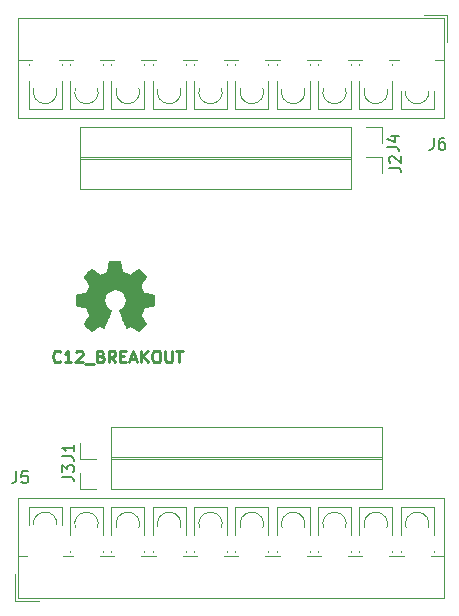
<source format=gbr>
G04 #@! TF.GenerationSoftware,KiCad,Pcbnew,5.1.5+dfsg1-2build2*
G04 #@! TF.CreationDate,2022-09-28T16:30:02-05:00*
G04 #@! TF.ProjectId,C12,4331322e-6b69-4636-9164-5f7063625858,rev?*
G04 #@! TF.SameCoordinates,Original*
G04 #@! TF.FileFunction,Legend,Top*
G04 #@! TF.FilePolarity,Positive*
%FSLAX46Y46*%
G04 Gerber Fmt 4.6, Leading zero omitted, Abs format (unit mm)*
G04 Created by KiCad (PCBNEW 5.1.5+dfsg1-2build2) date 2022-09-28 16:30:02*
%MOMM*%
%LPD*%
G04 APERTURE LIST*
%ADD10C,0.250000*%
%ADD11C,0.120000*%
%ADD12C,0.010000*%
%ADD13C,0.150000*%
G04 APERTURE END LIST*
D10*
X24579866Y-48642542D02*
X24532247Y-48690161D01*
X24389390Y-48737780D01*
X24294152Y-48737780D01*
X24151295Y-48690161D01*
X24056057Y-48594923D01*
X24008438Y-48499685D01*
X23960819Y-48309209D01*
X23960819Y-48166352D01*
X24008438Y-47975876D01*
X24056057Y-47880638D01*
X24151295Y-47785400D01*
X24294152Y-47737780D01*
X24389390Y-47737780D01*
X24532247Y-47785400D01*
X24579866Y-47833019D01*
X25532247Y-48737780D02*
X24960819Y-48737780D01*
X25246533Y-48737780D02*
X25246533Y-47737780D01*
X25151295Y-47880638D01*
X25056057Y-47975876D01*
X24960819Y-48023495D01*
X25913200Y-47833019D02*
X25960819Y-47785400D01*
X26056057Y-47737780D01*
X26294152Y-47737780D01*
X26389390Y-47785400D01*
X26437009Y-47833019D01*
X26484628Y-47928257D01*
X26484628Y-48023495D01*
X26437009Y-48166352D01*
X25865580Y-48737780D01*
X26484628Y-48737780D01*
X26675104Y-48833019D02*
X27437009Y-48833019D01*
X28008438Y-48213971D02*
X28151295Y-48261590D01*
X28198914Y-48309209D01*
X28246533Y-48404447D01*
X28246533Y-48547304D01*
X28198914Y-48642542D01*
X28151295Y-48690161D01*
X28056057Y-48737780D01*
X27675104Y-48737780D01*
X27675104Y-47737780D01*
X28008438Y-47737780D01*
X28103676Y-47785400D01*
X28151295Y-47833019D01*
X28198914Y-47928257D01*
X28198914Y-48023495D01*
X28151295Y-48118733D01*
X28103676Y-48166352D01*
X28008438Y-48213971D01*
X27675104Y-48213971D01*
X29246533Y-48737780D02*
X28913200Y-48261590D01*
X28675104Y-48737780D02*
X28675104Y-47737780D01*
X29056057Y-47737780D01*
X29151295Y-47785400D01*
X29198914Y-47833019D01*
X29246533Y-47928257D01*
X29246533Y-48071114D01*
X29198914Y-48166352D01*
X29151295Y-48213971D01*
X29056057Y-48261590D01*
X28675104Y-48261590D01*
X29675104Y-48213971D02*
X30008438Y-48213971D01*
X30151295Y-48737780D02*
X29675104Y-48737780D01*
X29675104Y-47737780D01*
X30151295Y-47737780D01*
X30532247Y-48452066D02*
X31008438Y-48452066D01*
X30437009Y-48737780D02*
X30770342Y-47737780D01*
X31103676Y-48737780D01*
X31437009Y-48737780D02*
X31437009Y-47737780D01*
X32008438Y-48737780D02*
X31579866Y-48166352D01*
X32008438Y-47737780D02*
X31437009Y-48309209D01*
X32627485Y-47737780D02*
X32817961Y-47737780D01*
X32913200Y-47785400D01*
X33008438Y-47880638D01*
X33056057Y-48071114D01*
X33056057Y-48404447D01*
X33008438Y-48594923D01*
X32913200Y-48690161D01*
X32817961Y-48737780D01*
X32627485Y-48737780D01*
X32532247Y-48690161D01*
X32437009Y-48594923D01*
X32389390Y-48404447D01*
X32389390Y-48071114D01*
X32437009Y-47880638D01*
X32532247Y-47785400D01*
X32627485Y-47737780D01*
X33484628Y-47737780D02*
X33484628Y-48547304D01*
X33532247Y-48642542D01*
X33579866Y-48690161D01*
X33675104Y-48737780D01*
X33865580Y-48737780D01*
X33960819Y-48690161D01*
X34008438Y-48642542D01*
X34056057Y-48547304D01*
X34056057Y-47737780D01*
X34389390Y-47737780D02*
X34960819Y-47737780D01*
X34675104Y-48737780D02*
X34675104Y-47737780D01*
D11*
X51810000Y-28830000D02*
X51810000Y-30160000D01*
X50480000Y-28830000D02*
X51810000Y-28830000D01*
X49210000Y-28830000D02*
X49210000Y-31490000D01*
X49210000Y-31490000D02*
X26290000Y-31490000D01*
X49210000Y-28830000D02*
X26290000Y-28830000D01*
X26290000Y-28830000D02*
X26290000Y-31490000D01*
X26290000Y-59430000D02*
X26290000Y-58100000D01*
X27620000Y-59430000D02*
X26290000Y-59430000D01*
X28890000Y-59430000D02*
X28890000Y-56770000D01*
X28890000Y-56770000D02*
X51810000Y-56770000D01*
X28890000Y-59430000D02*
X51810000Y-59430000D01*
X51810000Y-59430000D02*
X51810000Y-56770000D01*
X26290000Y-56890000D02*
X26290000Y-55560000D01*
X27620000Y-56890000D02*
X26290000Y-56890000D01*
X28890000Y-56890000D02*
X28890000Y-54230000D01*
X28890000Y-54230000D02*
X51810000Y-54230000D01*
X28890000Y-56890000D02*
X51810000Y-56890000D01*
X51810000Y-56890000D02*
X51810000Y-54230000D01*
X20750000Y-68908000D02*
X22750000Y-68908000D01*
X20750000Y-66668000D02*
X20750000Y-68908000D01*
X56200000Y-64697000D02*
X56200000Y-64758000D01*
X56200000Y-61008000D02*
X56200000Y-63319000D01*
X53400000Y-64697000D02*
X53400000Y-64758000D01*
X53400000Y-61008000D02*
X53400000Y-63319000D01*
X56200000Y-64758000D02*
X56200000Y-64758000D01*
X53400000Y-64758000D02*
X53401000Y-64758000D01*
X53400000Y-61008000D02*
X56200000Y-61008000D01*
X52700000Y-64697000D02*
X52700000Y-64758000D01*
X52700000Y-61008000D02*
X52700000Y-63319000D01*
X49900000Y-64697000D02*
X49900000Y-64758000D01*
X49900000Y-61008000D02*
X49900000Y-63319000D01*
X52700000Y-64758000D02*
X52700000Y-64758000D01*
X49900000Y-64758000D02*
X49901000Y-64758000D01*
X49900000Y-61008000D02*
X52700000Y-61008000D01*
X49200000Y-64697000D02*
X49200000Y-64758000D01*
X49200000Y-61008000D02*
X49200000Y-63319000D01*
X46400000Y-64697000D02*
X46400000Y-64758000D01*
X46400000Y-61008000D02*
X46400000Y-63319000D01*
X49200000Y-64758000D02*
X49200000Y-64758000D01*
X46400000Y-64758000D02*
X46401000Y-64758000D01*
X46400000Y-61008000D02*
X49200000Y-61008000D01*
X45700000Y-64697000D02*
X45700000Y-64758000D01*
X45700000Y-61008000D02*
X45700000Y-63319000D01*
X42900000Y-64697000D02*
X42900000Y-64758000D01*
X42900000Y-61008000D02*
X42900000Y-63319000D01*
X45700000Y-64758000D02*
X45700000Y-64758000D01*
X42900000Y-64758000D02*
X42901000Y-64758000D01*
X42900000Y-61008000D02*
X45700000Y-61008000D01*
X42200000Y-64697000D02*
X42200000Y-64758000D01*
X42200000Y-61008000D02*
X42200000Y-63319000D01*
X39401000Y-64697000D02*
X39401000Y-64758000D01*
X39401000Y-61008000D02*
X39401000Y-63319000D01*
X42200000Y-64758000D02*
X42200000Y-64758000D01*
X39401000Y-64758000D02*
X39401000Y-64758000D01*
X39401000Y-61008000D02*
X42200000Y-61008000D01*
X38700000Y-64697000D02*
X38700000Y-64758000D01*
X38700000Y-61008000D02*
X38700000Y-63319000D01*
X35900000Y-64697000D02*
X35900000Y-64758000D01*
X35900000Y-61008000D02*
X35900000Y-63319000D01*
X38700000Y-64758000D02*
X38700000Y-64758000D01*
X35900000Y-64758000D02*
X35901000Y-64758000D01*
X35900000Y-61008000D02*
X38700000Y-61008000D01*
X35200000Y-64697000D02*
X35200000Y-64758000D01*
X35200000Y-61008000D02*
X35200000Y-63319000D01*
X32400000Y-64697000D02*
X32400000Y-64758000D01*
X32400000Y-61008000D02*
X32400000Y-63319000D01*
X35200000Y-64758000D02*
X35200000Y-64758000D01*
X32400000Y-64758000D02*
X32401000Y-64758000D01*
X32400000Y-61008000D02*
X35200000Y-61008000D01*
X31700000Y-64697000D02*
X31700000Y-64758000D01*
X31700000Y-61008000D02*
X31700000Y-63319000D01*
X28900000Y-64697000D02*
X28900000Y-64758000D01*
X28900000Y-61008000D02*
X28900000Y-63319000D01*
X31700000Y-64758000D02*
X31700000Y-64758000D01*
X28900000Y-64758000D02*
X28901000Y-64758000D01*
X28900000Y-61008000D02*
X31700000Y-61008000D01*
X28200000Y-64697000D02*
X28200000Y-64758000D01*
X28200000Y-61008000D02*
X28200000Y-63319000D01*
X25400000Y-64697000D02*
X25400000Y-64758000D01*
X25400000Y-61008000D02*
X25400000Y-63319000D01*
X28200000Y-64758000D02*
X28200000Y-64758000D01*
X25400000Y-64758000D02*
X25401000Y-64758000D01*
X25400000Y-61008000D02*
X28200000Y-61008000D01*
X24700000Y-61008000D02*
X24700000Y-62468000D01*
X21900000Y-61008000D02*
X21900000Y-62468000D01*
X21900000Y-61008000D02*
X24700000Y-61008000D01*
X57110000Y-60248000D02*
X57110000Y-68668000D01*
X20990000Y-60248000D02*
X20990000Y-68668000D01*
X20990000Y-68668000D02*
X57110000Y-68668000D01*
X20990000Y-60248000D02*
X57110000Y-60248000D01*
X55934000Y-65109000D02*
X57110000Y-65109000D01*
X52434000Y-65109000D02*
X53667000Y-65109000D01*
X48934000Y-65109000D02*
X50167000Y-65109000D01*
X45434000Y-65109000D02*
X46667000Y-65109000D01*
X41934000Y-65109000D02*
X43167000Y-65109000D01*
X38434000Y-65109000D02*
X39667000Y-65109000D01*
X34934000Y-65109000D02*
X36167000Y-65109000D01*
X31434000Y-65109000D02*
X32667000Y-65109000D01*
X27934000Y-65109000D02*
X29167000Y-65109000D01*
X24840000Y-65109000D02*
X25667000Y-65109000D01*
X20990000Y-65109000D02*
X21760000Y-65109000D01*
X53860085Y-62750233D02*
G75*
G02X55740000Y-62750000I939915J342233D01*
G01*
X50360085Y-62750233D02*
G75*
G02X52240000Y-62750000I939915J342233D01*
G01*
X46860085Y-62750233D02*
G75*
G02X48740000Y-62750000I939915J342233D01*
G01*
X43360085Y-62750233D02*
G75*
G02X45240000Y-62750000I939915J342233D01*
G01*
X39860085Y-62750233D02*
G75*
G02X41740000Y-62750000I939915J342233D01*
G01*
X36360085Y-62750233D02*
G75*
G02X38240000Y-62750000I939915J342233D01*
G01*
X32860085Y-62750233D02*
G75*
G02X34740000Y-62750000I939915J342233D01*
G01*
X29360085Y-62750233D02*
G75*
G02X31240000Y-62750000I939915J342233D01*
G01*
X25860085Y-62750233D02*
G75*
G02X27740000Y-62750000I939915J342233D01*
G01*
X22302110Y-62478566D02*
G75*
G02X24298000Y-62477000I997890J70566D01*
G01*
X51810000Y-31370000D02*
X51810000Y-32700000D01*
X50480000Y-31370000D02*
X51810000Y-31370000D01*
X49210000Y-31370000D02*
X49210000Y-34030000D01*
X49210000Y-34030000D02*
X26290000Y-34030000D01*
X49210000Y-31370000D02*
X26290000Y-31370000D01*
X26290000Y-31370000D02*
X26290000Y-34030000D01*
X57350000Y-19352000D02*
X55350000Y-19352000D01*
X57350000Y-21592000D02*
X57350000Y-19352000D01*
X21900000Y-23563000D02*
X21900000Y-23502000D01*
X21900000Y-27252000D02*
X21900000Y-24941000D01*
X24700000Y-23563000D02*
X24700000Y-23502000D01*
X24700000Y-27252000D02*
X24700000Y-24941000D01*
X21900000Y-23502000D02*
X21900000Y-23502000D01*
X24700000Y-23502000D02*
X24699000Y-23502000D01*
X24700000Y-27252000D02*
X21900000Y-27252000D01*
X25400000Y-23563000D02*
X25400000Y-23502000D01*
X25400000Y-27252000D02*
X25400000Y-24941000D01*
X28200000Y-23563000D02*
X28200000Y-23502000D01*
X28200000Y-27252000D02*
X28200000Y-24941000D01*
X25400000Y-23502000D02*
X25400000Y-23502000D01*
X28200000Y-23502000D02*
X28199000Y-23502000D01*
X28200000Y-27252000D02*
X25400000Y-27252000D01*
X28900000Y-23563000D02*
X28900000Y-23502000D01*
X28900000Y-27252000D02*
X28900000Y-24941000D01*
X31700000Y-23563000D02*
X31700000Y-23502000D01*
X31700000Y-27252000D02*
X31700000Y-24941000D01*
X28900000Y-23502000D02*
X28900000Y-23502000D01*
X31700000Y-23502000D02*
X31699000Y-23502000D01*
X31700000Y-27252000D02*
X28900000Y-27252000D01*
X32400000Y-23563000D02*
X32400000Y-23502000D01*
X32400000Y-27252000D02*
X32400000Y-24941000D01*
X35200000Y-23563000D02*
X35200000Y-23502000D01*
X35200000Y-27252000D02*
X35200000Y-24941000D01*
X32400000Y-23502000D02*
X32400000Y-23502000D01*
X35200000Y-23502000D02*
X35199000Y-23502000D01*
X35200000Y-27252000D02*
X32400000Y-27252000D01*
X35900000Y-23563000D02*
X35900000Y-23502000D01*
X35900000Y-27252000D02*
X35900000Y-24941000D01*
X38699000Y-23563000D02*
X38699000Y-23502000D01*
X38699000Y-27252000D02*
X38699000Y-24941000D01*
X35900000Y-23502000D02*
X35900000Y-23502000D01*
X38699000Y-23502000D02*
X38699000Y-23502000D01*
X38699000Y-27252000D02*
X35900000Y-27252000D01*
X39400000Y-23563000D02*
X39400000Y-23502000D01*
X39400000Y-27252000D02*
X39400000Y-24941000D01*
X42200000Y-23563000D02*
X42200000Y-23502000D01*
X42200000Y-27252000D02*
X42200000Y-24941000D01*
X39400000Y-23502000D02*
X39400000Y-23502000D01*
X42200000Y-23502000D02*
X42199000Y-23502000D01*
X42200000Y-27252000D02*
X39400000Y-27252000D01*
X42900000Y-23563000D02*
X42900000Y-23502000D01*
X42900000Y-27252000D02*
X42900000Y-24941000D01*
X45700000Y-23563000D02*
X45700000Y-23502000D01*
X45700000Y-27252000D02*
X45700000Y-24941000D01*
X42900000Y-23502000D02*
X42900000Y-23502000D01*
X45700000Y-23502000D02*
X45699000Y-23502000D01*
X45700000Y-27252000D02*
X42900000Y-27252000D01*
X46400000Y-23563000D02*
X46400000Y-23502000D01*
X46400000Y-27252000D02*
X46400000Y-24941000D01*
X49200000Y-23563000D02*
X49200000Y-23502000D01*
X49200000Y-27252000D02*
X49200000Y-24941000D01*
X46400000Y-23502000D02*
X46400000Y-23502000D01*
X49200000Y-23502000D02*
X49199000Y-23502000D01*
X49200000Y-27252000D02*
X46400000Y-27252000D01*
X49900000Y-23563000D02*
X49900000Y-23502000D01*
X49900000Y-27252000D02*
X49900000Y-24941000D01*
X52700000Y-23563000D02*
X52700000Y-23502000D01*
X52700000Y-27252000D02*
X52700000Y-24941000D01*
X49900000Y-23502000D02*
X49900000Y-23502000D01*
X52700000Y-23502000D02*
X52699000Y-23502000D01*
X52700000Y-27252000D02*
X49900000Y-27252000D01*
X53400000Y-27252000D02*
X53400000Y-25792000D01*
X56200000Y-27252000D02*
X56200000Y-25792000D01*
X56200000Y-27252000D02*
X53400000Y-27252000D01*
X20990000Y-28012000D02*
X20990000Y-19592000D01*
X57110000Y-28012000D02*
X57110000Y-19592000D01*
X57110000Y-19592000D02*
X20990000Y-19592000D01*
X57110000Y-28012000D02*
X20990000Y-28012000D01*
X22166000Y-23151000D02*
X20990000Y-23151000D01*
X25666000Y-23151000D02*
X24433000Y-23151000D01*
X29166000Y-23151000D02*
X27933000Y-23151000D01*
X32666000Y-23151000D02*
X31433000Y-23151000D01*
X36166000Y-23151000D02*
X34933000Y-23151000D01*
X39666000Y-23151000D02*
X38433000Y-23151000D01*
X43166000Y-23151000D02*
X41933000Y-23151000D01*
X46666000Y-23151000D02*
X45433000Y-23151000D01*
X50166000Y-23151000D02*
X48933000Y-23151000D01*
X53260000Y-23151000D02*
X52433000Y-23151000D01*
X57110000Y-23151000D02*
X56340000Y-23151000D01*
X24239915Y-25509767D02*
G75*
G02X22360000Y-25510000I-939915J-342233D01*
G01*
X27739915Y-25509767D02*
G75*
G02X25860000Y-25510000I-939915J-342233D01*
G01*
X31239915Y-25509767D02*
G75*
G02X29360000Y-25510000I-939915J-342233D01*
G01*
X34739915Y-25509767D02*
G75*
G02X32860000Y-25510000I-939915J-342233D01*
G01*
X38239915Y-25509767D02*
G75*
G02X36360000Y-25510000I-939915J-342233D01*
G01*
X41739915Y-25509767D02*
G75*
G02X39860000Y-25510000I-939915J-342233D01*
G01*
X45239915Y-25509767D02*
G75*
G02X43360000Y-25510000I-939915J-342233D01*
G01*
X48739915Y-25509767D02*
G75*
G02X46860000Y-25510000I-939915J-342233D01*
G01*
X52239915Y-25509767D02*
G75*
G02X50360000Y-25510000I-939915J-342233D01*
G01*
X55797890Y-25781434D02*
G75*
G02X53802000Y-25783000I-997890J-70566D01*
G01*
D12*
G36*
X29755654Y-40618451D02*
G01*
X29839475Y-41063075D01*
X30148760Y-41190573D01*
X30458046Y-41318071D01*
X30829086Y-41065766D01*
X30932997Y-40995516D01*
X31026927Y-40932792D01*
X31106492Y-40880458D01*
X31167310Y-40841377D01*
X31204997Y-40818413D01*
X31215261Y-40813462D01*
X31233750Y-40826196D01*
X31273260Y-40861402D01*
X31329362Y-40914582D01*
X31397627Y-40981238D01*
X31473626Y-41056874D01*
X31552932Y-41136992D01*
X31631115Y-41217094D01*
X31703747Y-41292684D01*
X31766399Y-41359265D01*
X31814643Y-41412338D01*
X31844050Y-41447407D01*
X31851081Y-41459143D01*
X31840963Y-41480780D01*
X31812599Y-41528182D01*
X31768969Y-41596713D01*
X31713058Y-41681735D01*
X31647846Y-41778613D01*
X31610059Y-41833870D01*
X31541183Y-41934768D01*
X31479980Y-42025819D01*
X31429418Y-42102490D01*
X31392468Y-42160248D01*
X31372098Y-42194563D01*
X31369037Y-42201774D01*
X31375976Y-42222268D01*
X31394891Y-42270033D01*
X31422927Y-42338352D01*
X31457231Y-42420509D01*
X31494949Y-42509790D01*
X31533227Y-42599478D01*
X31569210Y-42682858D01*
X31600046Y-42753214D01*
X31622879Y-42803830D01*
X31634857Y-42827991D01*
X31635564Y-42828942D01*
X31654371Y-42833556D01*
X31704458Y-42843848D01*
X31780633Y-42858807D01*
X31877705Y-42877421D01*
X31990483Y-42898679D01*
X32056282Y-42910938D01*
X32176790Y-42933882D01*
X32285637Y-42955715D01*
X32377316Y-42975242D01*
X32446321Y-42991268D01*
X32487144Y-43002599D01*
X32495351Y-43006194D01*
X32503388Y-43030526D01*
X32509873Y-43085479D01*
X32514810Y-43164628D01*
X32518204Y-43261546D01*
X32520058Y-43369807D01*
X32520378Y-43482985D01*
X32519167Y-43594655D01*
X32516430Y-43698388D01*
X32512171Y-43787761D01*
X32506395Y-43856346D01*
X32499107Y-43897717D01*
X32494735Y-43906330D01*
X32468604Y-43916653D01*
X32413233Y-43931412D01*
X32335947Y-43948872D01*
X32244070Y-43967300D01*
X32211998Y-43973261D01*
X32057364Y-44001586D01*
X31935215Y-44024396D01*
X31841513Y-44042600D01*
X31772224Y-44057103D01*
X31723311Y-44068812D01*
X31690737Y-44078635D01*
X31670468Y-44087476D01*
X31658466Y-44096244D01*
X31656787Y-44097977D01*
X31640024Y-44125891D01*
X31614454Y-44180215D01*
X31582628Y-44254297D01*
X31547100Y-44341485D01*
X31510423Y-44435128D01*
X31475151Y-44528572D01*
X31443836Y-44615167D01*
X31419033Y-44688260D01*
X31403294Y-44741198D01*
X31399172Y-44767331D01*
X31399516Y-44768246D01*
X31413481Y-44789606D01*
X31445162Y-44836604D01*
X31491231Y-44904347D01*
X31548358Y-44987943D01*
X31613213Y-45082502D01*
X31631683Y-45109374D01*
X31697539Y-45206795D01*
X31755490Y-45295683D01*
X31802378Y-45370932D01*
X31835047Y-45427440D01*
X31850340Y-45460101D01*
X31851081Y-45464113D01*
X31838232Y-45485204D01*
X31802728Y-45526984D01*
X31749133Y-45584965D01*
X31682011Y-45654655D01*
X31605927Y-45731565D01*
X31525444Y-45811203D01*
X31445127Y-45889081D01*
X31369539Y-45960706D01*
X31303245Y-46021590D01*
X31250809Y-46067241D01*
X31216795Y-46093170D01*
X31207385Y-46097403D01*
X31185483Y-46087432D01*
X31140640Y-46060540D01*
X31080161Y-46021256D01*
X31033629Y-45989637D01*
X30949315Y-45931618D01*
X30849466Y-45863304D01*
X30749313Y-45795099D01*
X30695467Y-45758595D01*
X30513211Y-45635320D01*
X30360221Y-45718040D01*
X30290522Y-45754279D01*
X30231254Y-45782446D01*
X30191151Y-45798511D01*
X30180943Y-45800746D01*
X30168669Y-45784242D01*
X30144453Y-45737602D01*
X30110103Y-45665129D01*
X30067428Y-45571126D01*
X30018234Y-45459894D01*
X29964330Y-45335735D01*
X29907524Y-45202952D01*
X29849622Y-45065847D01*
X29792433Y-44928722D01*
X29737764Y-44795878D01*
X29687424Y-44671618D01*
X29643220Y-44560245D01*
X29606959Y-44466059D01*
X29580449Y-44393364D01*
X29565498Y-44346461D01*
X29563094Y-44330353D01*
X29582151Y-44309806D01*
X29623876Y-44276453D01*
X29679546Y-44237222D01*
X29684218Y-44234119D01*
X29828104Y-44118943D01*
X29944123Y-43984573D01*
X30031270Y-43835304D01*
X30088539Y-43675433D01*
X30114926Y-43509257D01*
X30109425Y-43341072D01*
X30071030Y-43175175D01*
X29998735Y-43015862D01*
X29977466Y-42981007D01*
X29866836Y-42840257D01*
X29736142Y-42727234D01*
X29589904Y-42642523D01*
X29432648Y-42586714D01*
X29268897Y-42560394D01*
X29103173Y-42564150D01*
X28940002Y-42598570D01*
X28783905Y-42664243D01*
X28639407Y-42761755D01*
X28594709Y-42801333D01*
X28480952Y-42925223D01*
X28398058Y-43055644D01*
X28341196Y-43201835D01*
X28309527Y-43346608D01*
X28301709Y-43509380D01*
X28327778Y-43672960D01*
X28385085Y-43831818D01*
X28470984Y-43980426D01*
X28582826Y-44113255D01*
X28717963Y-44224776D01*
X28735723Y-44236531D01*
X28791990Y-44275028D01*
X28834763Y-44308383D01*
X28855212Y-44329680D01*
X28855509Y-44330353D01*
X28851119Y-44353391D01*
X28833716Y-44405677D01*
X28805108Y-44482910D01*
X28767105Y-44580788D01*
X28721514Y-44695011D01*
X28670143Y-44821278D01*
X28614802Y-44955287D01*
X28557298Y-45092738D01*
X28499441Y-45229328D01*
X28443038Y-45360757D01*
X28389898Y-45482725D01*
X28341830Y-45590929D01*
X28300641Y-45681069D01*
X28268141Y-45748843D01*
X28246137Y-45789950D01*
X28237276Y-45800746D01*
X28210200Y-45792339D01*
X28159537Y-45769792D01*
X28094023Y-45737133D01*
X28057999Y-45718040D01*
X27905008Y-45635320D01*
X27722752Y-45758595D01*
X27629715Y-45821748D01*
X27527855Y-45891247D01*
X27432402Y-45956685D01*
X27384590Y-45989637D01*
X27317345Y-46034793D01*
X27260404Y-46070577D01*
X27221194Y-46092458D01*
X27208459Y-46097083D01*
X27189923Y-46084605D01*
X27148899Y-46049772D01*
X27089365Y-45996198D01*
X27015298Y-45927503D01*
X26930675Y-45847301D01*
X26877155Y-45795806D01*
X26783521Y-45703806D01*
X26702599Y-45621519D01*
X26637663Y-45552465D01*
X26591982Y-45500164D01*
X26568829Y-45468136D01*
X26566608Y-45461636D01*
X26576916Y-45436914D01*
X26605401Y-45386925D01*
X26648903Y-45316732D01*
X26704263Y-45231395D01*
X26768320Y-45135976D01*
X26786537Y-45109374D01*
X26852913Y-45012687D01*
X26912462Y-44925637D01*
X26961856Y-44853115D01*
X26997765Y-44800013D01*
X27016859Y-44771223D01*
X27018704Y-44768246D01*
X27015945Y-44745302D01*
X27001302Y-44694856D01*
X26977327Y-44623561D01*
X26946574Y-44538067D01*
X26911596Y-44445027D01*
X26874947Y-44351094D01*
X26839179Y-44262919D01*
X26806846Y-44187154D01*
X26780502Y-44130451D01*
X26762698Y-44099463D01*
X26761433Y-44097977D01*
X26750546Y-44089121D01*
X26732158Y-44080363D01*
X26702234Y-44070797D01*
X26656737Y-44059516D01*
X26591631Y-44045613D01*
X26502879Y-44028183D01*
X26386447Y-44006318D01*
X26238298Y-43979111D01*
X26206222Y-43973261D01*
X26111154Y-43954894D01*
X26028275Y-43936925D01*
X25964910Y-43921089D01*
X25928382Y-43909120D01*
X25923484Y-43906330D01*
X25915413Y-43881592D01*
X25908853Y-43826310D01*
X25903807Y-43746909D01*
X25900281Y-43649816D01*
X25898279Y-43541458D01*
X25897804Y-43428260D01*
X25898863Y-43316648D01*
X25901458Y-43213049D01*
X25905594Y-43123888D01*
X25911277Y-43055592D01*
X25918509Y-43014586D01*
X25922869Y-43006194D01*
X25947142Y-42997728D01*
X26002414Y-42983955D01*
X26083178Y-42966070D01*
X26183928Y-42945268D01*
X26299157Y-42922743D01*
X26361938Y-42910938D01*
X26481053Y-42888671D01*
X26587275Y-42868499D01*
X26675413Y-42851435D01*
X26740274Y-42838489D01*
X26776666Y-42830675D01*
X26782656Y-42828942D01*
X26792779Y-42809410D01*
X26814178Y-42762363D01*
X26844001Y-42694523D01*
X26879395Y-42612611D01*
X26917508Y-42523348D01*
X26955487Y-42433455D01*
X26990480Y-42349655D01*
X27019634Y-42278667D01*
X27040097Y-42227214D01*
X27049017Y-42202017D01*
X27049183Y-42200916D01*
X27039071Y-42181039D01*
X27010723Y-42135297D01*
X26967117Y-42068237D01*
X26911234Y-41984404D01*
X26846053Y-41888346D01*
X26808161Y-41833170D01*
X26739115Y-41732001D01*
X26677790Y-41640150D01*
X26627177Y-41562264D01*
X26590269Y-41502989D01*
X26570058Y-41466971D01*
X26567139Y-41458897D01*
X26579687Y-41440104D01*
X26614377Y-41399977D01*
X26666777Y-41343013D01*
X26732456Y-41273705D01*
X26806984Y-41196551D01*
X26885927Y-41116045D01*
X26964857Y-41036683D01*
X27039340Y-40962960D01*
X27104946Y-40899372D01*
X27157244Y-40850414D01*
X27191801Y-40820581D01*
X27203362Y-40813462D01*
X27222186Y-40823473D01*
X27267209Y-40851598D01*
X27334053Y-40894974D01*
X27418341Y-40950738D01*
X27515696Y-41016026D01*
X27589133Y-41065766D01*
X27960173Y-41318071D01*
X28578745Y-41063075D01*
X28662565Y-40618451D01*
X28746386Y-40173827D01*
X29671834Y-40173827D01*
X29755654Y-40618451D01*
G37*
X29755654Y-40618451D02*
X29839475Y-41063075D01*
X30148760Y-41190573D01*
X30458046Y-41318071D01*
X30829086Y-41065766D01*
X30932997Y-40995516D01*
X31026927Y-40932792D01*
X31106492Y-40880458D01*
X31167310Y-40841377D01*
X31204997Y-40818413D01*
X31215261Y-40813462D01*
X31233750Y-40826196D01*
X31273260Y-40861402D01*
X31329362Y-40914582D01*
X31397627Y-40981238D01*
X31473626Y-41056874D01*
X31552932Y-41136992D01*
X31631115Y-41217094D01*
X31703747Y-41292684D01*
X31766399Y-41359265D01*
X31814643Y-41412338D01*
X31844050Y-41447407D01*
X31851081Y-41459143D01*
X31840963Y-41480780D01*
X31812599Y-41528182D01*
X31768969Y-41596713D01*
X31713058Y-41681735D01*
X31647846Y-41778613D01*
X31610059Y-41833870D01*
X31541183Y-41934768D01*
X31479980Y-42025819D01*
X31429418Y-42102490D01*
X31392468Y-42160248D01*
X31372098Y-42194563D01*
X31369037Y-42201774D01*
X31375976Y-42222268D01*
X31394891Y-42270033D01*
X31422927Y-42338352D01*
X31457231Y-42420509D01*
X31494949Y-42509790D01*
X31533227Y-42599478D01*
X31569210Y-42682858D01*
X31600046Y-42753214D01*
X31622879Y-42803830D01*
X31634857Y-42827991D01*
X31635564Y-42828942D01*
X31654371Y-42833556D01*
X31704458Y-42843848D01*
X31780633Y-42858807D01*
X31877705Y-42877421D01*
X31990483Y-42898679D01*
X32056282Y-42910938D01*
X32176790Y-42933882D01*
X32285637Y-42955715D01*
X32377316Y-42975242D01*
X32446321Y-42991268D01*
X32487144Y-43002599D01*
X32495351Y-43006194D01*
X32503388Y-43030526D01*
X32509873Y-43085479D01*
X32514810Y-43164628D01*
X32518204Y-43261546D01*
X32520058Y-43369807D01*
X32520378Y-43482985D01*
X32519167Y-43594655D01*
X32516430Y-43698388D01*
X32512171Y-43787761D01*
X32506395Y-43856346D01*
X32499107Y-43897717D01*
X32494735Y-43906330D01*
X32468604Y-43916653D01*
X32413233Y-43931412D01*
X32335947Y-43948872D01*
X32244070Y-43967300D01*
X32211998Y-43973261D01*
X32057364Y-44001586D01*
X31935215Y-44024396D01*
X31841513Y-44042600D01*
X31772224Y-44057103D01*
X31723311Y-44068812D01*
X31690737Y-44078635D01*
X31670468Y-44087476D01*
X31658466Y-44096244D01*
X31656787Y-44097977D01*
X31640024Y-44125891D01*
X31614454Y-44180215D01*
X31582628Y-44254297D01*
X31547100Y-44341485D01*
X31510423Y-44435128D01*
X31475151Y-44528572D01*
X31443836Y-44615167D01*
X31419033Y-44688260D01*
X31403294Y-44741198D01*
X31399172Y-44767331D01*
X31399516Y-44768246D01*
X31413481Y-44789606D01*
X31445162Y-44836604D01*
X31491231Y-44904347D01*
X31548358Y-44987943D01*
X31613213Y-45082502D01*
X31631683Y-45109374D01*
X31697539Y-45206795D01*
X31755490Y-45295683D01*
X31802378Y-45370932D01*
X31835047Y-45427440D01*
X31850340Y-45460101D01*
X31851081Y-45464113D01*
X31838232Y-45485204D01*
X31802728Y-45526984D01*
X31749133Y-45584965D01*
X31682011Y-45654655D01*
X31605927Y-45731565D01*
X31525444Y-45811203D01*
X31445127Y-45889081D01*
X31369539Y-45960706D01*
X31303245Y-46021590D01*
X31250809Y-46067241D01*
X31216795Y-46093170D01*
X31207385Y-46097403D01*
X31185483Y-46087432D01*
X31140640Y-46060540D01*
X31080161Y-46021256D01*
X31033629Y-45989637D01*
X30949315Y-45931618D01*
X30849466Y-45863304D01*
X30749313Y-45795099D01*
X30695467Y-45758595D01*
X30513211Y-45635320D01*
X30360221Y-45718040D01*
X30290522Y-45754279D01*
X30231254Y-45782446D01*
X30191151Y-45798511D01*
X30180943Y-45800746D01*
X30168669Y-45784242D01*
X30144453Y-45737602D01*
X30110103Y-45665129D01*
X30067428Y-45571126D01*
X30018234Y-45459894D01*
X29964330Y-45335735D01*
X29907524Y-45202952D01*
X29849622Y-45065847D01*
X29792433Y-44928722D01*
X29737764Y-44795878D01*
X29687424Y-44671618D01*
X29643220Y-44560245D01*
X29606959Y-44466059D01*
X29580449Y-44393364D01*
X29565498Y-44346461D01*
X29563094Y-44330353D01*
X29582151Y-44309806D01*
X29623876Y-44276453D01*
X29679546Y-44237222D01*
X29684218Y-44234119D01*
X29828104Y-44118943D01*
X29944123Y-43984573D01*
X30031270Y-43835304D01*
X30088539Y-43675433D01*
X30114926Y-43509257D01*
X30109425Y-43341072D01*
X30071030Y-43175175D01*
X29998735Y-43015862D01*
X29977466Y-42981007D01*
X29866836Y-42840257D01*
X29736142Y-42727234D01*
X29589904Y-42642523D01*
X29432648Y-42586714D01*
X29268897Y-42560394D01*
X29103173Y-42564150D01*
X28940002Y-42598570D01*
X28783905Y-42664243D01*
X28639407Y-42761755D01*
X28594709Y-42801333D01*
X28480952Y-42925223D01*
X28398058Y-43055644D01*
X28341196Y-43201835D01*
X28309527Y-43346608D01*
X28301709Y-43509380D01*
X28327778Y-43672960D01*
X28385085Y-43831818D01*
X28470984Y-43980426D01*
X28582826Y-44113255D01*
X28717963Y-44224776D01*
X28735723Y-44236531D01*
X28791990Y-44275028D01*
X28834763Y-44308383D01*
X28855212Y-44329680D01*
X28855509Y-44330353D01*
X28851119Y-44353391D01*
X28833716Y-44405677D01*
X28805108Y-44482910D01*
X28767105Y-44580788D01*
X28721514Y-44695011D01*
X28670143Y-44821278D01*
X28614802Y-44955287D01*
X28557298Y-45092738D01*
X28499441Y-45229328D01*
X28443038Y-45360757D01*
X28389898Y-45482725D01*
X28341830Y-45590929D01*
X28300641Y-45681069D01*
X28268141Y-45748843D01*
X28246137Y-45789950D01*
X28237276Y-45800746D01*
X28210200Y-45792339D01*
X28159537Y-45769792D01*
X28094023Y-45737133D01*
X28057999Y-45718040D01*
X27905008Y-45635320D01*
X27722752Y-45758595D01*
X27629715Y-45821748D01*
X27527855Y-45891247D01*
X27432402Y-45956685D01*
X27384590Y-45989637D01*
X27317345Y-46034793D01*
X27260404Y-46070577D01*
X27221194Y-46092458D01*
X27208459Y-46097083D01*
X27189923Y-46084605D01*
X27148899Y-46049772D01*
X27089365Y-45996198D01*
X27015298Y-45927503D01*
X26930675Y-45847301D01*
X26877155Y-45795806D01*
X26783521Y-45703806D01*
X26702599Y-45621519D01*
X26637663Y-45552465D01*
X26591982Y-45500164D01*
X26568829Y-45468136D01*
X26566608Y-45461636D01*
X26576916Y-45436914D01*
X26605401Y-45386925D01*
X26648903Y-45316732D01*
X26704263Y-45231395D01*
X26768320Y-45135976D01*
X26786537Y-45109374D01*
X26852913Y-45012687D01*
X26912462Y-44925637D01*
X26961856Y-44853115D01*
X26997765Y-44800013D01*
X27016859Y-44771223D01*
X27018704Y-44768246D01*
X27015945Y-44745302D01*
X27001302Y-44694856D01*
X26977327Y-44623561D01*
X26946574Y-44538067D01*
X26911596Y-44445027D01*
X26874947Y-44351094D01*
X26839179Y-44262919D01*
X26806846Y-44187154D01*
X26780502Y-44130451D01*
X26762698Y-44099463D01*
X26761433Y-44097977D01*
X26750546Y-44089121D01*
X26732158Y-44080363D01*
X26702234Y-44070797D01*
X26656737Y-44059516D01*
X26591631Y-44045613D01*
X26502879Y-44028183D01*
X26386447Y-44006318D01*
X26238298Y-43979111D01*
X26206222Y-43973261D01*
X26111154Y-43954894D01*
X26028275Y-43936925D01*
X25964910Y-43921089D01*
X25928382Y-43909120D01*
X25923484Y-43906330D01*
X25915413Y-43881592D01*
X25908853Y-43826310D01*
X25903807Y-43746909D01*
X25900281Y-43649816D01*
X25898279Y-43541458D01*
X25897804Y-43428260D01*
X25898863Y-43316648D01*
X25901458Y-43213049D01*
X25905594Y-43123888D01*
X25911277Y-43055592D01*
X25918509Y-43014586D01*
X25922869Y-43006194D01*
X25947142Y-42997728D01*
X26002414Y-42983955D01*
X26083178Y-42966070D01*
X26183928Y-42945268D01*
X26299157Y-42922743D01*
X26361938Y-42910938D01*
X26481053Y-42888671D01*
X26587275Y-42868499D01*
X26675413Y-42851435D01*
X26740274Y-42838489D01*
X26776666Y-42830675D01*
X26782656Y-42828942D01*
X26792779Y-42809410D01*
X26814178Y-42762363D01*
X26844001Y-42694523D01*
X26879395Y-42612611D01*
X26917508Y-42523348D01*
X26955487Y-42433455D01*
X26990480Y-42349655D01*
X27019634Y-42278667D01*
X27040097Y-42227214D01*
X27049017Y-42202017D01*
X27049183Y-42200916D01*
X27039071Y-42181039D01*
X27010723Y-42135297D01*
X26967117Y-42068237D01*
X26911234Y-41984404D01*
X26846053Y-41888346D01*
X26808161Y-41833170D01*
X26739115Y-41732001D01*
X26677790Y-41640150D01*
X26627177Y-41562264D01*
X26590269Y-41502989D01*
X26570058Y-41466971D01*
X26567139Y-41458897D01*
X26579687Y-41440104D01*
X26614377Y-41399977D01*
X26666777Y-41343013D01*
X26732456Y-41273705D01*
X26806984Y-41196551D01*
X26885927Y-41116045D01*
X26964857Y-41036683D01*
X27039340Y-40962960D01*
X27104946Y-40899372D01*
X27157244Y-40850414D01*
X27191801Y-40820581D01*
X27203362Y-40813462D01*
X27222186Y-40823473D01*
X27267209Y-40851598D01*
X27334053Y-40894974D01*
X27418341Y-40950738D01*
X27515696Y-41016026D01*
X27589133Y-41065766D01*
X27960173Y-41318071D01*
X28578745Y-41063075D01*
X28662565Y-40618451D01*
X28746386Y-40173827D01*
X29671834Y-40173827D01*
X29755654Y-40618451D01*
D13*
X52262380Y-30493333D02*
X52976666Y-30493333D01*
X53119523Y-30540952D01*
X53214761Y-30636190D01*
X53262380Y-30779047D01*
X53262380Y-30874285D01*
X52595714Y-29588571D02*
X53262380Y-29588571D01*
X52214761Y-29826666D02*
X52929047Y-30064761D01*
X52929047Y-29445714D01*
X24742380Y-58433333D02*
X25456666Y-58433333D01*
X25599523Y-58480952D01*
X25694761Y-58576190D01*
X25742380Y-58719047D01*
X25742380Y-58814285D01*
X24742380Y-58052380D02*
X24742380Y-57433333D01*
X25123333Y-57766666D01*
X25123333Y-57623809D01*
X25170952Y-57528571D01*
X25218571Y-57480952D01*
X25313809Y-57433333D01*
X25551904Y-57433333D01*
X25647142Y-57480952D01*
X25694761Y-57528571D01*
X25742380Y-57623809D01*
X25742380Y-57909523D01*
X25694761Y-58004761D01*
X25647142Y-58052380D01*
X24740620Y-56701013D02*
X25454906Y-56701013D01*
X25597763Y-56748632D01*
X25693001Y-56843870D01*
X25740620Y-56986727D01*
X25740620Y-57081965D01*
X25740620Y-55701013D02*
X25740620Y-56272441D01*
X25740620Y-55986727D02*
X24740620Y-55986727D01*
X24883478Y-56081965D01*
X24978716Y-56177203D01*
X25026335Y-56272441D01*
X20860426Y-57953660D02*
X20860426Y-58667946D01*
X20812807Y-58810803D01*
X20717569Y-58906041D01*
X20574712Y-58953660D01*
X20479474Y-58953660D01*
X21812807Y-57953660D02*
X21336617Y-57953660D01*
X21288998Y-58429851D01*
X21336617Y-58382232D01*
X21431855Y-58334613D01*
X21669950Y-58334613D01*
X21765188Y-58382232D01*
X21812807Y-58429851D01*
X21860426Y-58525089D01*
X21860426Y-58763184D01*
X21812807Y-58858422D01*
X21765188Y-58906041D01*
X21669950Y-58953660D01*
X21431855Y-58953660D01*
X21336617Y-58906041D01*
X21288998Y-58858422D01*
X52416460Y-32261133D02*
X53130746Y-32261133D01*
X53273603Y-32308752D01*
X53368841Y-32403990D01*
X53416460Y-32546847D01*
X53416460Y-32642085D01*
X52511699Y-31832561D02*
X52464080Y-31784942D01*
X52416460Y-31689704D01*
X52416460Y-31451609D01*
X52464080Y-31356371D01*
X52511699Y-31308752D01*
X52606937Y-31261133D01*
X52702175Y-31261133D01*
X52845032Y-31308752D01*
X53416460Y-31880180D01*
X53416460Y-31261133D01*
X56196906Y-29734260D02*
X56196906Y-30448546D01*
X56149287Y-30591403D01*
X56054049Y-30686641D01*
X55911192Y-30734260D01*
X55815954Y-30734260D01*
X57101668Y-29734260D02*
X56911192Y-29734260D01*
X56815954Y-29781880D01*
X56768335Y-29829499D01*
X56673097Y-29972356D01*
X56625478Y-30162832D01*
X56625478Y-30543784D01*
X56673097Y-30639022D01*
X56720716Y-30686641D01*
X56815954Y-30734260D01*
X57006430Y-30734260D01*
X57101668Y-30686641D01*
X57149287Y-30639022D01*
X57196906Y-30543784D01*
X57196906Y-30305689D01*
X57149287Y-30210451D01*
X57101668Y-30162832D01*
X57006430Y-30115213D01*
X56815954Y-30115213D01*
X56720716Y-30162832D01*
X56673097Y-30210451D01*
X56625478Y-30305689D01*
M02*

</source>
